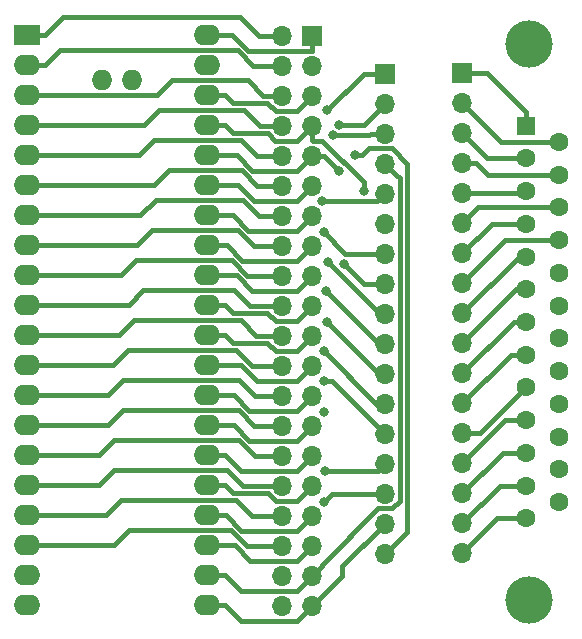
<source format=gbr>
G04 #@! TF.GenerationSoftware,KiCad,Pcbnew,(5.0.2)-1*
G04 #@! TF.CreationDate,2020-03-04T17:01:10+02:00*
G04 #@! TF.ProjectId,GrblCnc3040,4772626c-436e-4633-9330-34302e6b6963,rev?*
G04 #@! TF.SameCoordinates,Original*
G04 #@! TF.FileFunction,Copper,L1,Top*
G04 #@! TF.FilePolarity,Positive*
%FSLAX46Y46*%
G04 Gerber Fmt 4.6, Leading zero omitted, Abs format (unit mm)*
G04 Created by KiCad (PCBNEW (5.0.2)-1) date 3/4/2020 5:01:10 PM*
%MOMM*%
%LPD*%
G01*
G04 APERTURE LIST*
G04 #@! TA.AperFunction,ComponentPad*
%ADD10O,1.727200X1.727200*%
G04 #@! TD*
G04 #@! TA.AperFunction,ComponentPad*
%ADD11O,2.250000X1.727200*%
G04 #@! TD*
G04 #@! TA.AperFunction,ComponentPad*
%ADD12R,2.250000X1.727200*%
G04 #@! TD*
G04 #@! TA.AperFunction,ComponentPad*
%ADD13R,1.600000X1.600000*%
G04 #@! TD*
G04 #@! TA.AperFunction,ComponentPad*
%ADD14C,1.600000*%
G04 #@! TD*
G04 #@! TA.AperFunction,ComponentPad*
%ADD15C,4.000000*%
G04 #@! TD*
G04 #@! TA.AperFunction,ComponentPad*
%ADD16R,1.700000X1.700000*%
G04 #@! TD*
G04 #@! TA.AperFunction,ComponentPad*
%ADD17O,1.700000X1.700000*%
G04 #@! TD*
G04 #@! TA.AperFunction,ViaPad*
%ADD18C,0.800000*%
G04 #@! TD*
G04 #@! TA.AperFunction,Conductor*
%ADD19C,0.400000*%
G04 #@! TD*
G04 APERTURE END LIST*
D10*
G04 #@! TO.P,U1,42*
G04 #@! TO.N,N/C*
X186065000Y-54559200D03*
G04 #@! TO.P,U1,41*
X188605000Y-54559200D03*
D11*
G04 #@! TO.P,U1,40*
G04 #@! TO.N,+3V3*
X194945000Y-50698400D03*
G04 #@! TO.P,U1,39*
G04 #@! TO.N,GND*
X194945000Y-53289200D03*
G04 #@! TO.P,U1,38*
G04 #@! TO.N,+5V*
X194945000Y-55829200D03*
G04 #@! TO.P,U1,37*
G04 #@! TO.N,/AUX*
X194945000Y-58369200D03*
G04 #@! TO.P,U1,36*
G04 #@! TO.N,/ESTOP*
X194945000Y-60909200D03*
G04 #@! TO.P,U1,35*
G04 #@! TO.N,/TX1*
X194945000Y-63449200D03*
G04 #@! TO.P,U1,34*
G04 #@! TO.N,/RX1*
X194945000Y-65989200D03*
G04 #@! TO.P,U1,33*
G04 #@! TO.N,/RESET*
X194945000Y-68529200D03*
G04 #@! TO.P,U1,32*
G04 #@! TO.N,/MIST*
X194945000Y-71069200D03*
G04 #@! TO.P,U1,31*
G04 #@! TO.N,/FLOOD*
X194945000Y-73609200D03*
G04 #@! TO.P,U1,30*
G04 #@! TO.N,/RPMCNT*
X194945000Y-76149200D03*
G04 #@! TO.P,U1,29*
G04 #@! TO.N,/USB-*
X194945000Y-78689200D03*
G04 #@! TO.P,U1,28*
G04 #@! TO.N,/USB+*
X194945000Y-81229200D03*
G04 #@! TO.P,U1,27*
G04 #@! TO.N,/BDIR*
X194945000Y-83769200D03*
G04 #@! TO.P,U1,26*
G04 #@! TO.N,/BSTEP*
X194945000Y-86309200D03*
G04 #@! TO.P,U1,25*
G04 #@! TO.N,/SPINPWM*
X194945000Y-88849200D03*
G04 #@! TO.P,U1,24*
G04 #@! TO.N,/CYCLESTART*
X194945000Y-91389200D03*
G04 #@! TO.P,U1,23*
G04 #@! TO.N,/FEEDHOLD*
X194945000Y-93929200D03*
G04 #@! TO.P,U1,22*
G04 #@! TO.N,/PROBE*
X194945000Y-96469200D03*
G04 #@! TO.P,U1,21*
G04 #@! TO.N,/ZLIMIT*
X194945000Y-99009200D03*
G04 #@! TO.P,U1,20*
G04 #@! TO.N,GND*
X179705000Y-99009200D03*
G04 #@! TO.P,U1,19*
X179705000Y-96469200D03*
G04 #@! TO.P,U1,18*
G04 #@! TO.N,+3V3*
X179705000Y-93929200D03*
G04 #@! TO.P,U1,17*
G04 #@! TO.N,/CHIP_RST*
X179705000Y-91389200D03*
G04 #@! TO.P,U1,16*
G04 #@! TO.N,/YLIMIT*
X179705000Y-88849200D03*
G04 #@! TO.P,U1,15*
G04 #@! TO.N,/XLIMIT*
X179705000Y-86309200D03*
G04 #@! TO.P,U1,14*
G04 #@! TO.N,/SPINEN*
X179705000Y-83769200D03*
G04 #@! TO.P,U1,13*
G04 #@! TO.N,/SPINDIR*
X179705000Y-81229200D03*
G04 #@! TO.P,U1,12*
G04 #@! TO.N,/ADIR*
X179705000Y-78689200D03*
G04 #@! TO.P,U1,11*
G04 #@! TO.N,/ASTEP*
X179705000Y-76149200D03*
G04 #@! TO.P,U1,10*
G04 #@! TO.N,/ZDIR*
X179705000Y-73609200D03*
G04 #@! TO.P,U1,9*
G04 #@! TO.N,/ZSTEP*
X179705000Y-71069200D03*
G04 #@! TO.P,U1,8*
G04 #@! TO.N,/YDIR*
X179705000Y-68529200D03*
G04 #@! TO.P,U1,7*
G04 #@! TO.N,/YSTEP*
X179705000Y-65989200D03*
G04 #@! TO.P,U1,6*
G04 #@! TO.N,/XDIR*
X179705000Y-63449200D03*
G04 #@! TO.P,U1,5*
G04 #@! TO.N,/XSTEP*
X179705000Y-60909200D03*
G04 #@! TO.P,U1,4*
G04 #@! TO.N,/PC15*
X179705000Y-58369200D03*
G04 #@! TO.P,U1,3*
G04 #@! TO.N,/PC14*
X179705000Y-55829200D03*
G04 #@! TO.P,U1,2*
G04 #@! TO.N,/PC13*
X179705000Y-53289200D03*
D12*
G04 #@! TO.P,U1,1*
G04 #@! TO.N,/VBAT*
X179705000Y-50749200D03*
G04 #@! TD*
D13*
G04 #@! TO.P,J1,1*
G04 #@! TO.N,Net-(J1-Pad1)*
X221900000Y-58400000D03*
D14*
G04 #@! TO.P,J1,2*
G04 #@! TO.N,Net-(J1-Pad2)*
X221900000Y-61170000D03*
G04 #@! TO.P,J1,3*
G04 #@! TO.N,Net-(J1-Pad3)*
X221900000Y-63940000D03*
G04 #@! TO.P,J1,4*
G04 #@! TO.N,Net-(J1-Pad4)*
X221900000Y-66710000D03*
G04 #@! TO.P,J1,5*
G04 #@! TO.N,Net-(J1-Pad5)*
X221900000Y-69480000D03*
G04 #@! TO.P,J1,6*
G04 #@! TO.N,Net-(J1-Pad6)*
X221900000Y-72250000D03*
G04 #@! TO.P,J1,7*
G04 #@! TO.N,Net-(J1-Pad7)*
X221900000Y-75020000D03*
G04 #@! TO.P,J1,8*
G04 #@! TO.N,Net-(J1-Pad8)*
X221900000Y-77790000D03*
G04 #@! TO.P,J1,9*
G04 #@! TO.N,Net-(J1-Pad9)*
X221900000Y-80560000D03*
G04 #@! TO.P,J1,10*
G04 #@! TO.N,Net-(J1-Pad10)*
X221900000Y-83330000D03*
G04 #@! TO.P,J1,11*
G04 #@! TO.N,Net-(J1-Pad11)*
X221900000Y-86100000D03*
G04 #@! TO.P,J1,12*
G04 #@! TO.N,Net-(J1-Pad12)*
X221900000Y-88870000D03*
G04 #@! TO.P,J1,13*
G04 #@! TO.N,Net-(J1-Pad13)*
X221900000Y-91640000D03*
G04 #@! TO.P,J1,14*
G04 #@! TO.N,Net-(J1-Pad14)*
X224740000Y-59785000D03*
G04 #@! TO.P,J1,15*
G04 #@! TO.N,Net-(J1-Pad15)*
X224740000Y-62555000D03*
G04 #@! TO.P,J1,16*
G04 #@! TO.N,Net-(J1-Pad16)*
X224740000Y-65325000D03*
G04 #@! TO.P,J1,17*
G04 #@! TO.N,Net-(J1-Pad17)*
X224740000Y-68095000D03*
G04 #@! TO.P,J1,18*
G04 #@! TO.N,GND*
X224740000Y-70865000D03*
G04 #@! TO.P,J1,19*
X224740000Y-73635000D03*
G04 #@! TO.P,J1,20*
X224740000Y-76405000D03*
G04 #@! TO.P,J1,21*
X224740000Y-79175000D03*
G04 #@! TO.P,J1,22*
X224740000Y-81945000D03*
G04 #@! TO.P,J1,23*
X224740000Y-84715000D03*
G04 #@! TO.P,J1,24*
X224740000Y-87485000D03*
G04 #@! TO.P,J1,25*
X224740000Y-90255000D03*
D15*
G04 #@! TO.P,J1,0*
G04 #@! TO.N,N/C*
X222200000Y-98570000D03*
X222200000Y-51470000D03*
G04 #@! TD*
D16*
G04 #@! TO.P,J3,1*
G04 #@! TO.N,/SPINEN*
X210000000Y-54000000D03*
D17*
G04 #@! TO.P,J3,2*
G04 #@! TO.N,/SPINDIR*
X210000000Y-56540000D03*
G04 #@! TO.P,J3,3*
G04 #@! TO.N,/XSTEP*
X210000000Y-59080000D03*
G04 #@! TO.P,J3,4*
G04 #@! TO.N,/PROBE*
X210000000Y-61620000D03*
G04 #@! TO.P,J3,5*
G04 #@! TO.N,/XDIR*
X210000000Y-64160000D03*
G04 #@! TO.P,J3,6*
G04 #@! TO.N,/AUX*
X210000000Y-66700000D03*
G04 #@! TO.P,J3,7*
G04 #@! TO.N,/YSTEP*
X210000000Y-69240000D03*
G04 #@! TO.P,J3,8*
G04 #@! TO.N,/SPINPWM*
X210000000Y-71780000D03*
G04 #@! TO.P,J3,9*
G04 #@! TO.N,/YDIR*
X210000000Y-74320000D03*
G04 #@! TO.P,J3,10*
G04 #@! TO.N,/ZSTEP*
X210000000Y-76860000D03*
G04 #@! TO.P,J3,11*
G04 #@! TO.N,/ZDIR*
X210000000Y-79400000D03*
G04 #@! TO.P,J3,12*
G04 #@! TO.N,/ASTEP*
X210000000Y-81940000D03*
G04 #@! TO.P,J3,13*
G04 #@! TO.N,/ADIR*
X210000000Y-84480000D03*
G04 #@! TO.P,J3,14*
G04 #@! TO.N,/XLIMIT*
X210000000Y-87020000D03*
G04 #@! TO.P,J3,15*
G04 #@! TO.N,/YLIMIT*
X210000000Y-89560000D03*
G04 #@! TO.P,J3,16*
G04 #@! TO.N,/ZLIMIT*
X210000000Y-92100000D03*
G04 #@! TO.P,J3,17*
G04 #@! TO.N,/ESTOP*
X210000000Y-94640000D03*
G04 #@! TD*
G04 #@! TO.P,J4,17*
G04 #@! TO.N,Net-(J1-Pad13)*
X216535000Y-94615000D03*
G04 #@! TO.P,J4,16*
G04 #@! TO.N,Net-(J1-Pad12)*
X216535000Y-92075000D03*
G04 #@! TO.P,J4,15*
G04 #@! TO.N,Net-(J1-Pad11)*
X216535000Y-89535000D03*
G04 #@! TO.P,J4,14*
G04 #@! TO.N,Net-(J1-Pad10)*
X216535000Y-86995000D03*
G04 #@! TO.P,J4,13*
G04 #@! TO.N,Net-(J1-Pad9)*
X216535000Y-84455000D03*
G04 #@! TO.P,J4,12*
G04 #@! TO.N,Net-(J1-Pad8)*
X216535000Y-81915000D03*
G04 #@! TO.P,J4,11*
G04 #@! TO.N,Net-(J1-Pad7)*
X216535000Y-79375000D03*
G04 #@! TO.P,J4,10*
G04 #@! TO.N,Net-(J1-Pad6)*
X216535000Y-76835000D03*
G04 #@! TO.P,J4,9*
G04 #@! TO.N,Net-(J1-Pad5)*
X216535000Y-74295000D03*
G04 #@! TO.P,J4,8*
G04 #@! TO.N,Net-(J1-Pad17)*
X216535000Y-71755000D03*
G04 #@! TO.P,J4,7*
G04 #@! TO.N,Net-(J1-Pad4)*
X216535000Y-69215000D03*
G04 #@! TO.P,J4,6*
G04 #@! TO.N,Net-(J1-Pad16)*
X216535000Y-66675000D03*
G04 #@! TO.P,J4,5*
G04 #@! TO.N,Net-(J1-Pad3)*
X216535000Y-64135000D03*
G04 #@! TO.P,J4,4*
G04 #@! TO.N,Net-(J1-Pad15)*
X216535000Y-61595000D03*
G04 #@! TO.P,J4,3*
G04 #@! TO.N,Net-(J1-Pad2)*
X216535000Y-59055000D03*
G04 #@! TO.P,J4,2*
G04 #@! TO.N,Net-(J1-Pad14)*
X216535000Y-56515000D03*
D16*
G04 #@! TO.P,J4,1*
G04 #@! TO.N,Net-(J1-Pad1)*
X216535000Y-53975000D03*
G04 #@! TD*
G04 #@! TO.P,J2,1*
G04 #@! TO.N,+3V3*
X203835000Y-50800000D03*
D17*
G04 #@! TO.P,J2,2*
G04 #@! TO.N,/VBAT*
X201295000Y-50800000D03*
G04 #@! TO.P,J2,3*
G04 #@! TO.N,GND*
X203835000Y-53340000D03*
G04 #@! TO.P,J2,4*
G04 #@! TO.N,/PC13*
X201295000Y-53340000D03*
G04 #@! TO.P,J2,5*
G04 #@! TO.N,+5V*
X203835000Y-55880000D03*
G04 #@! TO.P,J2,6*
G04 #@! TO.N,/PC14*
X201295000Y-55880000D03*
G04 #@! TO.P,J2,7*
G04 #@! TO.N,/AUX*
X203835000Y-58420000D03*
G04 #@! TO.P,J2,8*
G04 #@! TO.N,/PC15*
X201295000Y-58420000D03*
G04 #@! TO.P,J2,9*
G04 #@! TO.N,/ESTOP*
X203835000Y-60960000D03*
G04 #@! TO.P,J2,10*
G04 #@! TO.N,/XSTEP*
X201295000Y-60960000D03*
G04 #@! TO.P,J2,11*
G04 #@! TO.N,/TX1*
X203835000Y-63500000D03*
G04 #@! TO.P,J2,12*
G04 #@! TO.N,/XDIR*
X201295000Y-63500000D03*
G04 #@! TO.P,J2,13*
G04 #@! TO.N,/RX1*
X203835000Y-66040000D03*
G04 #@! TO.P,J2,14*
G04 #@! TO.N,/YSTEP*
X201295000Y-66040000D03*
G04 #@! TO.P,J2,15*
G04 #@! TO.N,/RESET*
X203835000Y-68580000D03*
G04 #@! TO.P,J2,16*
G04 #@! TO.N,/YDIR*
X201295000Y-68580000D03*
G04 #@! TO.P,J2,17*
G04 #@! TO.N,/MIST*
X203835000Y-71120000D03*
G04 #@! TO.P,J2,18*
G04 #@! TO.N,/ZSTEP*
X201295000Y-71120000D03*
G04 #@! TO.P,J2,19*
G04 #@! TO.N,/FLOOD*
X203835000Y-73660000D03*
G04 #@! TO.P,J2,20*
G04 #@! TO.N,/ZDIR*
X201295000Y-73660000D03*
G04 #@! TO.P,J2,21*
G04 #@! TO.N,/RPMCNT*
X203835000Y-76200000D03*
G04 #@! TO.P,J2,22*
G04 #@! TO.N,/ASTEP*
X201295000Y-76200000D03*
G04 #@! TO.P,J2,23*
G04 #@! TO.N,/USB-*
X203835000Y-78740000D03*
G04 #@! TO.P,J2,24*
G04 #@! TO.N,/ADIR*
X201295000Y-78740000D03*
G04 #@! TO.P,J2,25*
G04 #@! TO.N,/USB+*
X203835000Y-81280000D03*
G04 #@! TO.P,J2,26*
G04 #@! TO.N,/SPINDIR*
X201295000Y-81280000D03*
G04 #@! TO.P,J2,27*
G04 #@! TO.N,/BDIR*
X203835000Y-83820000D03*
G04 #@! TO.P,J2,28*
G04 #@! TO.N,/SPINEN*
X201295000Y-83820000D03*
G04 #@! TO.P,J2,29*
G04 #@! TO.N,/BSTEP*
X203835000Y-86360000D03*
G04 #@! TO.P,J2,30*
G04 #@! TO.N,/XLIMIT*
X201295000Y-86360000D03*
G04 #@! TO.P,J2,31*
G04 #@! TO.N,/SPINPWM*
X203835000Y-88900000D03*
G04 #@! TO.P,J2,32*
G04 #@! TO.N,/YLIMIT*
X201295000Y-88900000D03*
G04 #@! TO.P,J2,33*
G04 #@! TO.N,/CYCLESTART*
X203835000Y-91440000D03*
G04 #@! TO.P,J2,34*
G04 #@! TO.N,/CHIP_RST*
X201295000Y-91440000D03*
G04 #@! TO.P,J2,35*
G04 #@! TO.N,/FEEDHOLD*
X203835000Y-93980000D03*
G04 #@! TO.P,J2,36*
G04 #@! TO.N,+3V3*
X201295000Y-93980000D03*
G04 #@! TO.P,J2,37*
G04 #@! TO.N,/PROBE*
X203835000Y-96520000D03*
G04 #@! TO.P,J2,38*
G04 #@! TO.N,GND*
X201295000Y-96520000D03*
G04 #@! TO.P,J2,39*
G04 #@! TO.N,/ZLIMIT*
X203835000Y-99060000D03*
G04 #@! TO.P,J2,40*
G04 #@! TO.N,GND*
X201295000Y-99060000D03*
G04 #@! TD*
D18*
G04 #@! TO.N,/SPINEN*
X205100000Y-57100000D03*
G04 #@! TO.N,/SPINDIR*
X204800000Y-82600000D03*
X206130004Y-58351991D03*
G04 #@! TO.N,/XSTEP*
X205600000Y-59200000D03*
G04 #@! TO.N,/XDIR*
X204700000Y-64800000D03*
G04 #@! TO.N,/AUX*
X208200000Y-63900000D03*
G04 #@! TO.N,/YSTEP*
X204800000Y-67400000D03*
G04 #@! TO.N,/SPINPWM*
X206565686Y-70134314D03*
G04 #@! TO.N,/YDIR*
X205200000Y-69900000D03*
G04 #@! TO.N,/ZSTEP*
X205000000Y-72400000D03*
G04 #@! TO.N,/ZDIR*
X205100000Y-75000000D03*
G04 #@! TO.N,/ASTEP*
X204800000Y-77500000D03*
G04 #@! TO.N,/ADIR*
X204800000Y-80000000D03*
G04 #@! TO.N,/XLIMIT*
X204900000Y-87600000D03*
G04 #@! TO.N,/YLIMIT*
X204800000Y-90300000D03*
G04 #@! TO.N,/ESTOP*
X206134314Y-62265686D03*
X207500000Y-60900000D03*
G04 #@! TD*
D19*
G04 #@! TO.N,Net-(J1-Pad1)*
X221900000Y-57200000D02*
X221900000Y-58400000D01*
X218675000Y-53975000D02*
X221900000Y-57200000D01*
X216535000Y-53975000D02*
X218675000Y-53975000D01*
G04 #@! TO.N,/SPINEN*
X179705000Y-83769200D02*
X186530800Y-83769200D01*
X187794410Y-82505590D02*
X197605590Y-82505590D01*
X186530800Y-83769200D02*
X187794410Y-82505590D01*
X198920000Y-83820000D02*
X201295000Y-83820000D01*
X197605590Y-82505590D02*
X198920000Y-83820000D01*
X208200000Y-54000000D02*
X210000000Y-54000000D01*
X205100000Y-57100000D02*
X208200000Y-54000000D01*
G04 #@! TO.N,/SPINDIR*
X198980000Y-81280000D02*
X201295000Y-81280000D01*
X197652810Y-79952810D02*
X198980000Y-81280000D01*
X187847190Y-79952810D02*
X197652810Y-79952810D01*
X179705000Y-81229200D02*
X186570800Y-81229200D01*
X186570800Y-81229200D02*
X187847190Y-79952810D01*
X208188009Y-58351991D02*
X206695689Y-58351991D01*
X206695689Y-58351991D02*
X206130004Y-58351991D01*
X210000000Y-56540000D02*
X208188009Y-58351991D01*
G04 #@! TO.N,Net-(J1-Pad14)*
X219805000Y-59785000D02*
X224740000Y-59785000D01*
X216535000Y-56515000D02*
X219805000Y-59785000D01*
G04 #@! TO.N,Net-(J1-Pad2)*
X218650000Y-61170000D02*
X221900000Y-61170000D01*
X216535000Y-59055000D02*
X218650000Y-61170000D01*
G04 #@! TO.N,/XSTEP*
X179705000Y-60909200D02*
X189190800Y-60909200D01*
X190454410Y-59645590D02*
X197845590Y-59645590D01*
X189190800Y-60909200D02*
X190454410Y-59645590D01*
X199160000Y-60960000D02*
X201295000Y-60960000D01*
X197845590Y-59645590D02*
X199160000Y-60960000D01*
X208677919Y-59200000D02*
X206165685Y-59200000D01*
X208797919Y-59080000D02*
X208677919Y-59200000D01*
X206165685Y-59200000D02*
X205600000Y-59200000D01*
X210000000Y-59080000D02*
X208797919Y-59080000D01*
G04 #@! TO.N,/PROBE*
X202985001Y-97369999D02*
X203835000Y-96520000D01*
X202584999Y-97770001D02*
X202985001Y-97369999D01*
X197770801Y-97770001D02*
X202584999Y-97770001D01*
X196470000Y-96469200D02*
X197770801Y-97770001D01*
X194945000Y-96469200D02*
X196470000Y-96469200D01*
X210849999Y-62469999D02*
X210000000Y-61620000D01*
X211250001Y-62870001D02*
X210849999Y-62469999D01*
X211250001Y-90160001D02*
X211250001Y-62870001D01*
X210600001Y-90810001D02*
X211250001Y-90160001D01*
X209439997Y-90810001D02*
X210600001Y-90810001D01*
X204684999Y-95564999D02*
X209439997Y-90810001D01*
X204684999Y-95670001D02*
X204684999Y-95564999D01*
X203835000Y-96520000D02*
X204684999Y-95670001D01*
G04 #@! TO.N,Net-(J1-Pad15)*
X223608630Y-62555000D02*
X224740000Y-62555000D01*
X218697081Y-62555000D02*
X223608630Y-62555000D01*
X217737081Y-61595000D02*
X218697081Y-62555000D01*
X216535000Y-61595000D02*
X217737081Y-61595000D01*
G04 #@! TO.N,Net-(J1-Pad3)*
X221705000Y-64135000D02*
X221900000Y-63940000D01*
X216535000Y-64135000D02*
X221705000Y-64135000D01*
G04 #@! TO.N,/XDIR*
X179705000Y-63449200D02*
X190450800Y-63449200D01*
X191714410Y-62185590D02*
X197885590Y-62185590D01*
X190450800Y-63449200D02*
X191714410Y-62185590D01*
X199200000Y-63500000D02*
X201295000Y-63500000D01*
X197885590Y-62185590D02*
X199200000Y-63500000D01*
X209360000Y-64800000D02*
X210000000Y-64160000D01*
X204700000Y-64800000D02*
X209360000Y-64800000D01*
G04 #@! TO.N,/AUX*
X200070578Y-59045580D02*
X200724998Y-59700000D01*
X197146380Y-59045580D02*
X200070578Y-59045580D01*
X194945000Y-58369200D02*
X196470000Y-58369200D01*
X196470000Y-58369200D02*
X197146380Y-59045580D01*
X202555000Y-59700000D02*
X203835000Y-58420000D01*
X200724998Y-59700000D02*
X202555000Y-59700000D01*
X203922918Y-59709999D02*
X204709999Y-59709999D01*
X203835000Y-58420000D02*
X203835000Y-59622081D01*
X203835000Y-59622081D02*
X203922918Y-59709999D01*
X204709999Y-59709999D02*
X208200000Y-63200000D01*
X208200000Y-63200000D02*
X208200000Y-63900000D01*
G04 #@! TO.N,Net-(J1-Pad16)*
X217885000Y-65325000D02*
X224740000Y-65325000D01*
X216535000Y-66675000D02*
X217885000Y-65325000D01*
G04 #@! TO.N,Net-(J1-Pad4)*
X219040000Y-66710000D02*
X221900000Y-66710000D01*
X216535000Y-69215000D02*
X219040000Y-66710000D01*
G04 #@! TO.N,/YSTEP*
X199314380Y-66040000D02*
X201295000Y-66040000D01*
X181230000Y-65989200D02*
X181240800Y-66000000D01*
X179705000Y-65989200D02*
X181230000Y-65989200D01*
X181240800Y-66000000D02*
X189300000Y-66000000D01*
X189300000Y-66000000D02*
X190587190Y-64712810D01*
X190587190Y-64712810D02*
X197987190Y-64712810D01*
X197987190Y-64712810D02*
X199314380Y-66040000D01*
X206640000Y-69240000D02*
X210000000Y-69240000D01*
X204800000Y-67400000D02*
X206640000Y-69240000D01*
G04 #@! TO.N,Net-(J1-Pad17)*
X220195000Y-68095000D02*
X224740000Y-68095000D01*
X216535000Y-71755000D02*
X220195000Y-68095000D01*
G04 #@! TO.N,/SPINPWM*
X202545001Y-90189999D02*
X202985001Y-89749999D01*
X202985001Y-89749999D02*
X203835000Y-88900000D01*
X200057798Y-89512800D02*
X200734997Y-90189999D01*
X200734997Y-90189999D02*
X202545001Y-90189999D01*
X197133600Y-89512800D02*
X200057798Y-89512800D01*
X196470000Y-88849200D02*
X197133600Y-89512800D01*
X194945000Y-88849200D02*
X196470000Y-88849200D01*
X208211372Y-71780000D02*
X210000000Y-71780000D01*
X206565686Y-70134314D02*
X208211372Y-71780000D01*
G04 #@! TO.N,/YDIR*
X198880000Y-68580000D02*
X201295000Y-68580000D01*
X181230000Y-68529200D02*
X181259200Y-68500000D01*
X179705000Y-68529200D02*
X181230000Y-68529200D01*
X181259200Y-68500000D02*
X189000000Y-68500000D01*
X189000000Y-68500000D02*
X190247190Y-67252810D01*
X190247190Y-67252810D02*
X197552810Y-67252810D01*
X197552810Y-67252810D02*
X198880000Y-68580000D01*
X209620000Y-74320000D02*
X210000000Y-74320000D01*
X205200000Y-69900000D02*
X209620000Y-74320000D01*
G04 #@! TO.N,Net-(J1-Pad5)*
X221350000Y-69480000D02*
X221900000Y-69480000D01*
X216535000Y-74295000D02*
X221350000Y-69480000D01*
G04 #@! TO.N,Net-(J1-Pad6)*
X221120000Y-72250000D02*
X221900000Y-72250000D01*
X216535000Y-76835000D02*
X221120000Y-72250000D01*
G04 #@! TO.N,/ZSTEP*
X198334380Y-71120000D02*
X201295000Y-71120000D01*
X197007190Y-69792810D02*
X198334380Y-71120000D01*
X188907190Y-69792810D02*
X197007190Y-69792810D01*
X179705000Y-71069200D02*
X187630800Y-71069200D01*
X187630800Y-71069200D02*
X188907190Y-69792810D01*
X209460000Y-76860000D02*
X210000000Y-76860000D01*
X205000000Y-72400000D02*
X209460000Y-76860000D01*
G04 #@! TO.N,/ZDIR*
X181230000Y-73609200D02*
X181239200Y-73600000D01*
X179705000Y-73609200D02*
X181230000Y-73609200D01*
X181239200Y-73600000D02*
X188300000Y-73600000D01*
X189554410Y-72345590D02*
X197245590Y-72345590D01*
X188300000Y-73600000D02*
X189554410Y-72345590D01*
X198560000Y-73660000D02*
X201295000Y-73660000D01*
X197245590Y-72345590D02*
X198560000Y-73660000D01*
X209500000Y-79400000D02*
X210000000Y-79400000D01*
X205100000Y-75000000D02*
X209500000Y-79400000D01*
G04 #@! TO.N,Net-(J1-Pad7)*
X220890000Y-75020000D02*
X221900000Y-75020000D01*
X216535000Y-79375000D02*
X220890000Y-75020000D01*
G04 #@! TO.N,Net-(J1-Pad8)*
X220660000Y-77790000D02*
X221900000Y-77790000D01*
X216535000Y-81915000D02*
X220660000Y-77790000D01*
G04 #@! TO.N,/ASTEP*
X179705000Y-76149200D02*
X187450800Y-76149200D01*
X188714410Y-74885590D02*
X197785590Y-74885590D01*
X187450800Y-76149200D02*
X188714410Y-74885590D01*
X199100000Y-76200000D02*
X201295000Y-76200000D01*
X197785590Y-74885590D02*
X199100000Y-76200000D01*
X209240000Y-81940000D02*
X210000000Y-81940000D01*
X204800000Y-77500000D02*
X209240000Y-81940000D01*
G04 #@! TO.N,/ADIR*
X181230000Y-78689200D02*
X181240800Y-78700000D01*
X179705000Y-78689200D02*
X181230000Y-78689200D01*
X181240800Y-78700000D02*
X187000000Y-78700000D01*
X188274410Y-77425590D02*
X197425590Y-77425590D01*
X187000000Y-78700000D02*
X188274410Y-77425590D01*
X198740000Y-78740000D02*
X201295000Y-78740000D01*
X197425590Y-77425590D02*
X198740000Y-78740000D01*
X205520000Y-80000000D02*
X210000000Y-84480000D01*
X204800000Y-80000000D02*
X205520000Y-80000000D01*
G04 #@! TO.N,Net-(J1-Pad9)*
X218005000Y-84455000D02*
X221900000Y-80560000D01*
X216535000Y-84455000D02*
X218005000Y-84455000D01*
G04 #@! TO.N,Net-(J1-Pad10)*
X220200000Y-83330000D02*
X221900000Y-83330000D01*
X216535000Y-86995000D02*
X220200000Y-83330000D01*
G04 #@! TO.N,/XLIMIT*
X198960000Y-86360000D02*
X201295000Y-86360000D01*
X197645590Y-85045590D02*
X198960000Y-86360000D01*
X187054410Y-85045590D02*
X197645590Y-85045590D01*
X179705000Y-86309200D02*
X185790800Y-86309200D01*
X185790800Y-86309200D02*
X187054410Y-85045590D01*
X209420000Y-87600000D02*
X210000000Y-87020000D01*
X204900000Y-87600000D02*
X209420000Y-87600000D01*
G04 #@! TO.N,/YLIMIT*
X197954380Y-88900000D02*
X201295000Y-88900000D01*
X196627190Y-87572810D02*
X197954380Y-88900000D01*
X187027190Y-87572810D02*
X196627190Y-87572810D01*
X179705000Y-88849200D02*
X185750800Y-88849200D01*
X185750800Y-88849200D02*
X187027190Y-87572810D01*
X205540000Y-89560000D02*
X210000000Y-89560000D01*
X204800000Y-90300000D02*
X205540000Y-89560000D01*
G04 #@! TO.N,Net-(J1-Pad11)*
X219970000Y-86100000D02*
X221900000Y-86100000D01*
X216535000Y-89535000D02*
X219970000Y-86100000D01*
G04 #@! TO.N,Net-(J1-Pad12)*
X219740000Y-88870000D02*
X221900000Y-88870000D01*
X216535000Y-92075000D02*
X219740000Y-88870000D01*
G04 #@! TO.N,/ZLIMIT*
X202985001Y-99909999D02*
X203835000Y-99060000D01*
X202584999Y-100310001D02*
X202985001Y-99909999D01*
X197770801Y-100310001D02*
X202584999Y-100310001D01*
X196470000Y-99009200D02*
X197770801Y-100310001D01*
X194945000Y-99009200D02*
X196470000Y-99009200D01*
X203835000Y-99060000D02*
X206400000Y-96495000D01*
X206400000Y-95700000D02*
X210000000Y-92100000D01*
X206400000Y-96495000D02*
X206400000Y-95700000D01*
G04 #@! TO.N,/ESTOP*
X202985001Y-61809999D02*
X203835000Y-60960000D01*
X202584999Y-62210001D02*
X202985001Y-61809999D01*
X198758543Y-62210001D02*
X202584999Y-62210001D01*
X197457742Y-60909200D02*
X198758543Y-62210001D01*
X194945000Y-60909200D02*
X197457742Y-60909200D01*
X203835000Y-60960000D02*
X204828628Y-60960000D01*
X204828628Y-60960000D02*
X206134314Y-62265686D01*
X210849999Y-93790001D02*
X210000000Y-94640000D01*
X211850011Y-92789989D02*
X210849999Y-93790001D01*
X211850011Y-61620009D02*
X211850011Y-92789989D01*
X210560003Y-60330001D02*
X211850011Y-61620009D01*
X208635684Y-60330001D02*
X210560003Y-60330001D01*
X208065685Y-60900000D02*
X208635684Y-60330001D01*
X207500000Y-60900000D02*
X208065685Y-60900000D01*
G04 #@! TO.N,Net-(J1-Pad13)*
X219510000Y-91640000D02*
X221900000Y-91640000D01*
X216535000Y-94615000D02*
X219510000Y-91640000D01*
G04 #@! TO.N,/VBAT*
X181230000Y-50749200D02*
X182779200Y-49200000D01*
X179705000Y-50749200D02*
X181230000Y-50749200D01*
X182779200Y-49200000D02*
X197700000Y-49200000D01*
X199300000Y-50800000D02*
X201295000Y-50800000D01*
X197700000Y-49200000D02*
X199300000Y-50800000D01*
G04 #@! TO.N,+3V3*
X179705000Y-93929200D02*
X187070800Y-93929200D01*
X188334410Y-92665590D02*
X196965590Y-92665590D01*
X187070800Y-93929200D02*
X188334410Y-92665590D01*
X198280000Y-93980000D02*
X201295000Y-93980000D01*
X196965590Y-92665590D02*
X198280000Y-93980000D01*
X203835000Y-52050000D02*
X203835000Y-50800000D01*
X203795001Y-52089999D02*
X203835000Y-52050000D01*
X198438541Y-52089999D02*
X203795001Y-52089999D01*
X197046942Y-50698400D02*
X198438541Y-52089999D01*
X194945000Y-50698400D02*
X197046942Y-50698400D01*
G04 #@! TO.N,/PC13*
X182493610Y-52025590D02*
X197525590Y-52025590D01*
X179705000Y-53289200D02*
X181230000Y-53289200D01*
X181230000Y-53289200D02*
X182493610Y-52025590D01*
X198840000Y-53340000D02*
X201295000Y-53340000D01*
X197525590Y-52025590D02*
X198840000Y-53340000D01*
G04 #@! TO.N,/PC14*
X179705000Y-55829200D02*
X190670800Y-55829200D01*
X190670800Y-55829200D02*
X191934410Y-54565590D01*
X198365590Y-54565590D02*
X199680000Y-55880000D01*
X191934410Y-54565590D02*
X198365590Y-54565590D01*
X199680000Y-55880000D02*
X201295000Y-55880000D01*
G04 #@! TO.N,+5V*
X202985001Y-56729999D02*
X203835000Y-55880000D01*
X202545001Y-57169999D02*
X202985001Y-56729999D01*
X200734997Y-57169999D02*
X202545001Y-57169999D01*
X200045007Y-56480009D02*
X200734997Y-57169999D01*
X197120809Y-56480009D02*
X200045007Y-56480009D01*
X196470000Y-55829200D02*
X197120809Y-56480009D01*
X194945000Y-55829200D02*
X196470000Y-55829200D01*
G04 #@! TO.N,/PC15*
X199420000Y-58420000D02*
X201295000Y-58420000D01*
X198092810Y-57092810D02*
X199420000Y-58420000D01*
X190907190Y-57092810D02*
X198092810Y-57092810D01*
X179705000Y-58369200D02*
X189630800Y-58369200D01*
X189630800Y-58369200D02*
X190907190Y-57092810D01*
G04 #@! TO.N,/TX1*
X202985001Y-64349999D02*
X203835000Y-63500000D01*
X202584999Y-64750001D02*
X202985001Y-64349999D01*
X198872923Y-64750001D02*
X202584999Y-64750001D01*
X197572122Y-63449200D02*
X198872923Y-64750001D01*
X194945000Y-63449200D02*
X197572122Y-63449200D01*
G04 #@! TO.N,/RX1*
X202985001Y-66889999D02*
X203835000Y-66040000D01*
X202584999Y-67290001D02*
X202985001Y-66889999D01*
X198438543Y-67290001D02*
X202584999Y-67290001D01*
X197137742Y-65989200D02*
X198438543Y-67290001D01*
X194945000Y-65989200D02*
X197137742Y-65989200D01*
G04 #@! TO.N,/RESET*
X202985001Y-69429999D02*
X203835000Y-68580000D01*
X202584999Y-69830001D02*
X202985001Y-69429999D01*
X197892923Y-69830001D02*
X202584999Y-69830001D01*
X196592122Y-68529200D02*
X197892923Y-69830001D01*
X194945000Y-68529200D02*
X196592122Y-68529200D01*
G04 #@! TO.N,/CHIP_RST*
X187687190Y-90112810D02*
X197412810Y-90112810D01*
X181240800Y-91400000D02*
X186400000Y-91400000D01*
X198740000Y-91440000D02*
X201295000Y-91440000D01*
X179705000Y-91389200D02*
X181230000Y-91389200D01*
X181230000Y-91389200D02*
X181240800Y-91400000D01*
X186400000Y-91400000D02*
X187687190Y-90112810D01*
X197412810Y-90112810D02*
X198740000Y-91440000D01*
G04 #@! TO.N,/MIST*
X202985001Y-71969999D02*
X203835000Y-71120000D01*
X202584999Y-72370001D02*
X202985001Y-71969999D01*
X198735839Y-72370001D02*
X202584999Y-72370001D01*
X197435038Y-71069200D02*
X198735839Y-72370001D01*
X194945000Y-71069200D02*
X197435038Y-71069200D01*
G04 #@! TO.N,/FLOOD*
X202985001Y-74509999D02*
X203835000Y-73660000D01*
X200734997Y-74949999D02*
X202545001Y-74949999D01*
X202545001Y-74949999D02*
X202985001Y-74509999D01*
X200045008Y-74260010D02*
X200734997Y-74949999D01*
X197120810Y-74260010D02*
X200045008Y-74260010D01*
X196470000Y-73609200D02*
X197120810Y-74260010D01*
X194945000Y-73609200D02*
X196470000Y-73609200D01*
G04 #@! TO.N,/RPMCNT*
X202985001Y-77049999D02*
X203835000Y-76200000D01*
X202545001Y-77489999D02*
X202985001Y-77049999D01*
X200045007Y-76800009D02*
X200734997Y-77489999D01*
X200734997Y-77489999D02*
X202545001Y-77489999D01*
X197120809Y-76800009D02*
X200045007Y-76800009D01*
X196470000Y-76149200D02*
X197120809Y-76800009D01*
X194945000Y-76149200D02*
X196470000Y-76149200D01*
G04 #@! TO.N,/USB-*
X202985001Y-79589999D02*
X203835000Y-78740000D01*
X202584999Y-79990001D02*
X202985001Y-79589999D01*
X199141459Y-79990001D02*
X202584999Y-79990001D01*
X197840658Y-78689200D02*
X199141459Y-79990001D01*
X194945000Y-78689200D02*
X197840658Y-78689200D01*
G04 #@! TO.N,/USB+*
X202985001Y-82129999D02*
X203835000Y-81280000D01*
X202584999Y-82530001D02*
X202985001Y-82129999D01*
X198478543Y-82530001D02*
X202584999Y-82530001D01*
X197177742Y-81229200D02*
X198478543Y-82530001D01*
X194945000Y-81229200D02*
X197177742Y-81229200D01*
G04 #@! TO.N,/BDIR*
X202985001Y-84669999D02*
X203835000Y-83820000D01*
X202584999Y-85070001D02*
X202985001Y-84669999D01*
X198518543Y-85070001D02*
X202584999Y-85070001D01*
X197217742Y-83769200D02*
X198518543Y-85070001D01*
X194945000Y-83769200D02*
X197217742Y-83769200D01*
G04 #@! TO.N,/BSTEP*
X202985001Y-87209999D02*
X203835000Y-86360000D01*
X202584999Y-87610001D02*
X202985001Y-87209999D01*
X197770801Y-87610001D02*
X202584999Y-87610001D01*
X196470000Y-86309200D02*
X197770801Y-87610001D01*
X194945000Y-86309200D02*
X196470000Y-86309200D01*
G04 #@! TO.N,/CYCLESTART*
X202985001Y-92289999D02*
X203835000Y-91440000D01*
X202584999Y-92690001D02*
X202985001Y-92289999D01*
X197838543Y-92690001D02*
X202584999Y-92690001D01*
X196537742Y-91389200D02*
X197838543Y-92690001D01*
X194945000Y-91389200D02*
X196537742Y-91389200D01*
G04 #@! TO.N,/FEEDHOLD*
X202985001Y-94829999D02*
X203835000Y-93980000D01*
X202584999Y-95230001D02*
X202985001Y-94829999D01*
X198578543Y-95230001D02*
X202584999Y-95230001D01*
X197277742Y-93929200D02*
X198578543Y-95230001D01*
X194945000Y-93929200D02*
X197277742Y-93929200D01*
G04 #@! TD*
M02*

</source>
